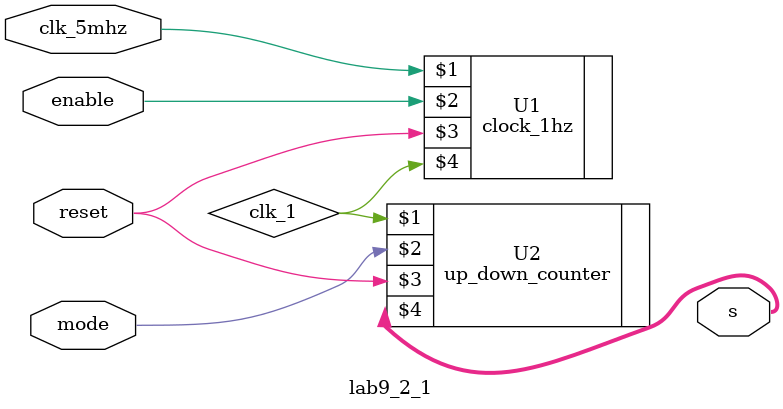
<source format=v>
`timescale 1ns / 1ps


 module lab9_2_1(
    input clk_5mhz,enable,reset,mode,
    output [7:0]s
    );
    wire clk_1;
    wire [2:0]s1;
    clock_1hz U1 (clk_5mhz,enable,reset,clk_1);
    up_down_counter #(8'd7)U2 (clk_1,mode,reset,s);
    //decoder U3 (s1,s);
endmodule

</source>
